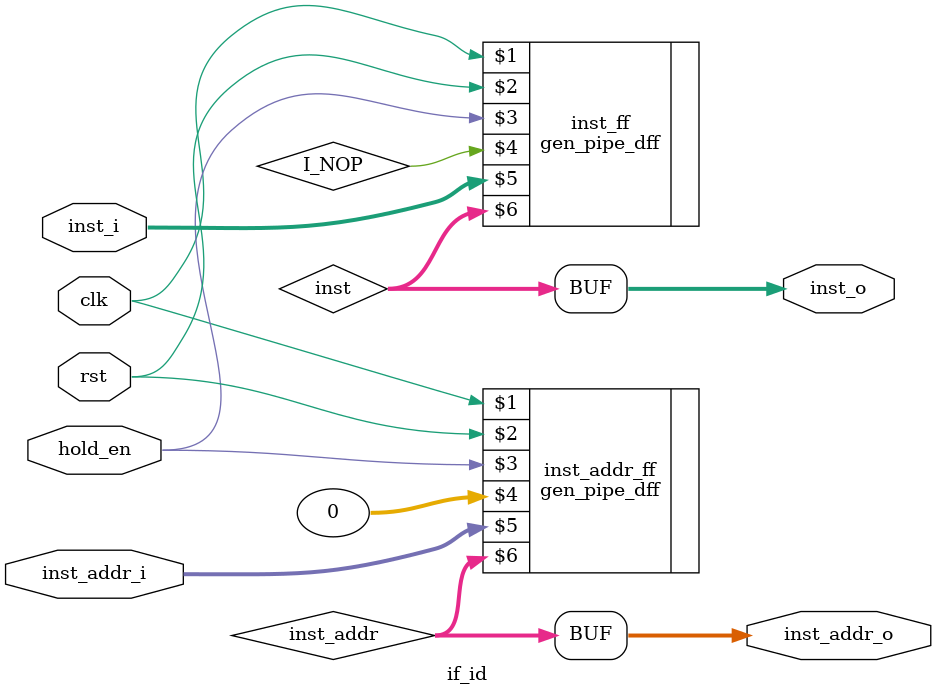
<source format=v>
`include "instruction.vh"

module if_id(

    input wire clk,
    input wire rst,

    input wire[31:0] inst_i,            // 指令内容
    input wire[31:0] inst_addr_i,   // 指令地址

    input wire hold_en, // 流水线暂停标志

    output wire[31:0] inst_o,           // 指令内容
    output wire[31:0] inst_addr_o   // 指令地址

    );

    wire[31:0] inst;
    gen_pipe_dff #(32) inst_ff(clk, rst, hold_en, I_NOP, inst_i, inst);
    assign inst_o = inst;

    wire[31:0] inst_addr;
    gen_pipe_dff #(32) inst_addr_ff(clk, rst, hold_en, 32'b0, inst_addr_i, inst_addr);
    assign inst_addr_o = inst_addr;

endmodule

</source>
